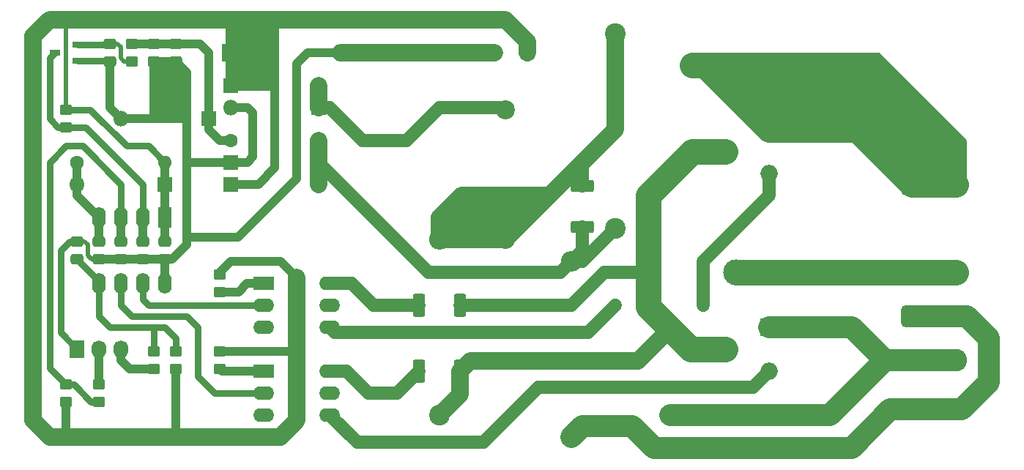
<source format=gbr>
%TF.GenerationSoftware,KiCad,Pcbnew,(6.0.6)*%
%TF.CreationDate,2022-08-31T19:42:32-05:00*%
%TF.ProjectId,Lavadora,4c617661-646f-4726-912e-6b696361645f,rev?*%
%TF.SameCoordinates,Original*%
%TF.FileFunction,Copper,L2,Bot*%
%TF.FilePolarity,Positive*%
%FSLAX46Y46*%
G04 Gerber Fmt 4.6, Leading zero omitted, Abs format (unit mm)*
G04 Created by KiCad (PCBNEW (6.0.6)) date 2022-08-31 19:42:32*
%MOMM*%
%LPD*%
G01*
G04 APERTURE LIST*
G04 Aperture macros list*
%AMRoundRect*
0 Rectangle with rounded corners*
0 $1 Rounding radius*
0 $2 $3 $4 $5 $6 $7 $8 $9 X,Y pos of 4 corners*
0 Add a 4 corners polygon primitive as box body*
4,1,4,$2,$3,$4,$5,$6,$7,$8,$9,$2,$3,0*
0 Add four circle primitives for the rounded corners*
1,1,$1+$1,$2,$3*
1,1,$1+$1,$4,$5*
1,1,$1+$1,$6,$7*
1,1,$1+$1,$8,$9*
0 Add four rect primitives between the rounded corners*
20,1,$1+$1,$2,$3,$4,$5,0*
20,1,$1+$1,$4,$5,$6,$7,0*
20,1,$1+$1,$6,$7,$8,$9,0*
20,1,$1+$1,$8,$9,$2,$3,0*%
G04 Aperture macros list end*
%TA.AperFunction,SMDPad,CuDef*%
%ADD10RoundRect,0.249999X-1.075001X0.450001X-1.075001X-0.450001X1.075001X-0.450001X1.075001X0.450001X0*%
%TD*%
%TA.AperFunction,SMDPad,CuDef*%
%ADD11RoundRect,0.249999X0.450001X1.075001X-0.450001X1.075001X-0.450001X-1.075001X0.450001X-1.075001X0*%
%TD*%
%TA.AperFunction,ComponentPad*%
%ADD12C,2.600000*%
%TD*%
%TA.AperFunction,ComponentPad*%
%ADD13RoundRect,0.650000X-0.650000X-0.650000X0.650000X-0.650000X0.650000X0.650000X-0.650000X0.650000X0*%
%TD*%
%TA.AperFunction,ComponentPad*%
%ADD14C,2.000000*%
%TD*%
%TA.AperFunction,ComponentPad*%
%ADD15R,2.000000X2.000000*%
%TD*%
%TA.AperFunction,ComponentPad*%
%ADD16O,2.000000X2.000000*%
%TD*%
%TA.AperFunction,ComponentPad*%
%ADD17C,3.000000*%
%TD*%
%TA.AperFunction,ComponentPad*%
%ADD18C,1.500000*%
%TD*%
%TA.AperFunction,ComponentPad*%
%ADD19O,1.600000X1.600000*%
%TD*%
%TA.AperFunction,ComponentPad*%
%ADD20C,1.600000*%
%TD*%
%TA.AperFunction,ComponentPad*%
%ADD21O,2.400000X2.400000*%
%TD*%
%TA.AperFunction,ComponentPad*%
%ADD22C,2.400000*%
%TD*%
%TA.AperFunction,ComponentPad*%
%ADD23R,1.800000X1.800000*%
%TD*%
%TA.AperFunction,ComponentPad*%
%ADD24O,1.800000X1.800000*%
%TD*%
%TA.AperFunction,ComponentPad*%
%ADD25R,1.730000X2.030000*%
%TD*%
%TA.AperFunction,ComponentPad*%
%ADD26O,1.730000X2.030000*%
%TD*%
%TA.AperFunction,ComponentPad*%
%ADD27R,1.600000X1.600000*%
%TD*%
%TA.AperFunction,ComponentPad*%
%ADD28R,2.400000X1.600000*%
%TD*%
%TA.AperFunction,ComponentPad*%
%ADD29O,2.400000X1.600000*%
%TD*%
%TA.AperFunction,ComponentPad*%
%ADD30C,2.200000*%
%TD*%
%TA.AperFunction,ComponentPad*%
%ADD31R,1.600000X2.400000*%
%TD*%
%TA.AperFunction,ComponentPad*%
%ADD32O,1.600000X2.400000*%
%TD*%
%TA.AperFunction,SMDPad,CuDef*%
%ADD33RoundRect,0.250000X0.475000X-0.337500X0.475000X0.337500X-0.475000X0.337500X-0.475000X-0.337500X0*%
%TD*%
%TA.AperFunction,SMDPad,CuDef*%
%ADD34R,1.220000X0.650000*%
%TD*%
%TA.AperFunction,SMDPad,CuDef*%
%ADD35RoundRect,0.250000X0.450000X-0.350000X0.450000X0.350000X-0.450000X0.350000X-0.450000X-0.350000X0*%
%TD*%
%TA.AperFunction,Conductor*%
%ADD36C,2.500000*%
%TD*%
%TA.AperFunction,Conductor*%
%ADD37C,1.500000*%
%TD*%
%TA.AperFunction,Conductor*%
%ADD38C,3.000000*%
%TD*%
%TA.AperFunction,Conductor*%
%ADD39C,2.000000*%
%TD*%
%TA.AperFunction,Conductor*%
%ADD40C,0.800000*%
%TD*%
%TA.AperFunction,Conductor*%
%ADD41C,0.500000*%
%TD*%
%TA.AperFunction,Conductor*%
%ADD42C,1.000000*%
%TD*%
G04 APERTURE END LIST*
D10*
%TO.P,R04,2*%
%TO.N,N/C*%
X64770000Y-25260000D03*
%TO.P,R04,1*%
%TO.N,ISLA2*%
X64770000Y-20460000D03*
%TD*%
D11*
%TO.P,R13,1*%
%TO.N,N/C*%
X50660000Y-41910000D03*
%TO.P,R13,2*%
X45860000Y-41910000D03*
%TD*%
%TO.P,R08,2*%
%TO.N,N/C*%
X45860000Y-34290000D03*
%TO.P,R08,1*%
X50660000Y-34290000D03*
%TD*%
D12*
%TO.P,P4,2*%
%TO.N,N/C*%
X107950000Y-40640000D03*
D13*
%TO.P,P4,1*%
X102870000Y-40640000D03*
%TD*%
%TO.P,P3,1*%
%TO.N,N/C*%
X102870000Y-35560000D03*
D12*
%TO.P,P3,2*%
X107950000Y-35560000D03*
%TD*%
%TO.P,P2,2*%
%TO.N,N/C*%
X107950000Y-30480000D03*
D13*
%TO.P,P2,1*%
X102870000Y-30480000D03*
%TD*%
D12*
%TO.P,P1,2*%
%TO.N,ISLA3*%
X107950000Y-20320000D03*
D13*
%TO.P,P1,1*%
X102870000Y-20320000D03*
%TD*%
D14*
%TO.P,PADSW2,1*%
%TO.N,N/C*%
X81280000Y-16510000D03*
%TD*%
D15*
%TO.P,SW1,1*%
%TO.N,ISLA3*%
X86360000Y-13970000D03*
D16*
%TO.P,SW1,2*%
%TO.N,N/C*%
X86360000Y-19050000D03*
%TD*%
D17*
%TO.P,E,1*%
%TO.N,N/C*%
X72390000Y-30480000D03*
%TD*%
%TO.P,D,1*%
%TO.N,N/C*%
X82550000Y-30480000D03*
%TD*%
D18*
%TO.P,PAD2J1,1*%
%TO.N,N/C*%
X68580000Y-34290000D03*
%TD*%
%TO.P,PAD1J1,1*%
%TO.N,N/C*%
X78740000Y-34290000D03*
%TD*%
D14*
%TO.P,PADSW2,1*%
%TO.N,N/C*%
X81280000Y-39370000D03*
%TD*%
D15*
%TO.P,SW2,1*%
%TO.N,N/C*%
X86360000Y-36830000D03*
D16*
%TO.P,SW2,2*%
X86360000Y-41910000D03*
%TD*%
D14*
%TO.P,CRF2,1*%
%TO.N,N/C*%
X77470000Y-16510000D03*
%TO.P,CRF2,2*%
%TO.N,ISLA3*%
X77470000Y-6510000D03*
%TD*%
%TO.P,VAR1,2*%
%TO.N,N/C*%
X68580000Y-40760000D03*
%TO.P,VAR1,1*%
X68580000Y-48260000D03*
%TD*%
%TO.P,CRF3,2*%
%TO.N,N/C*%
X74930000Y-36990000D03*
%TO.P,CRF3,1*%
X74930000Y-46990000D03*
%TD*%
D19*
%TO.P,R11,2*%
%TO.N,ISLA4*%
X16510000Y-17780000D03*
D20*
%TO.P,R11,1*%
%TO.N,N/C*%
X6350000Y-17780000D03*
%TD*%
D21*
%TO.P,R01,2*%
%TO.N,ISLA2*%
X48260000Y-26670000D03*
D22*
%TO.P,R01,1*%
%TO.N,N/C*%
X48260000Y-46990000D03*
%TD*%
D20*
%TO.P,R02,1*%
%TO.N,ISLA2*%
X50800000Y-21590000D03*
D19*
%TO.P,R02,2*%
%TO.N,N/C*%
X50800000Y-11430000D03*
%TD*%
D23*
%TO.P,D02,1*%
%TO.N,ISLA4*%
X24130000Y-20320000D03*
D24*
%TO.P,D02,2*%
%TO.N,N/C*%
X34290000Y-20320000D03*
%TD*%
D25*
%TO.P,CN1,1*%
%TO.N,ISLA1*%
X6350000Y-39370000D03*
D26*
%TO.P,CN1,2*%
%TO.N,N/C*%
X8890000Y-39370000D03*
%TO.P,CN1,3*%
X11430000Y-39370000D03*
%TD*%
D27*
%TO.P,CE1,1*%
%TO.N,ISLA4*%
X58420000Y-5080000D03*
D20*
%TO.P,CE1,2*%
%TO.N,ISLA1*%
X54620000Y-5080000D03*
%TD*%
D28*
%TO.P,MOC2,1*%
%TO.N,N/C*%
X27940000Y-41910000D03*
D29*
%TO.P,MOC2,2*%
X27940000Y-44450000D03*
%TO.P,MOC2,3*%
X27940000Y-46990000D03*
%TO.P,MOC2,4*%
X35560000Y-46990000D03*
%TO.P,MOC2,5*%
X35560000Y-44450000D03*
%TO.P,MOC2,6*%
X35560000Y-41910000D03*
%TD*%
D23*
%TO.P,D01,1*%
%TO.N,ISLA4*%
X24130000Y-8890000D03*
D24*
%TO.P,D01,2*%
%TO.N,N/C*%
X34290000Y-8890000D03*
%TD*%
D28*
%TO.P,MOC1,1*%
%TO.N,N/C*%
X27924989Y-31765011D03*
D29*
%TO.P,MOC1,2*%
X27924989Y-34305011D03*
%TO.P,MOC1,3*%
X27924989Y-36845011D03*
%TO.P,MOC1,4*%
X35544989Y-36845011D03*
%TO.P,MOC1,5*%
X35544989Y-34305011D03*
%TO.P,MOC1,6*%
X35544989Y-31765011D03*
%TD*%
D23*
%TO.P,D06,1*%
%TO.N,ISLA4*%
X16510000Y-20320000D03*
D24*
%TO.P,D06,2*%
%TO.N,N/C*%
X6350000Y-20320000D03*
%TD*%
D20*
%TO.P,R06,1*%
%TO.N,N/C*%
X24130000Y-15240000D03*
D19*
%TO.P,R06,2*%
X34290000Y-15240000D03*
%TD*%
D23*
%TO.P,D03,1*%
%TO.N,N/C*%
X34290000Y-11430000D03*
D24*
%TO.P,D03,2*%
%TO.N,ISLA1*%
X24130000Y-11430000D03*
%TD*%
D23*
%TO.P,D04,1*%
%TO.N,ISLA1*%
X24130000Y-17780000D03*
D24*
%TO.P,D04,2*%
%TO.N,N/C*%
X34290000Y-17780000D03*
%TD*%
D22*
%TO.P,CRF1,2*%
%TO.N,ISLA2*%
X68580000Y-2900000D03*
%TO.P,CRF1,1*%
%TO.N,N/C*%
X68580000Y-25400000D03*
%TD*%
D23*
%TO.P,D05,1*%
%TO.N,N/C*%
X21590000Y-12700000D03*
D24*
%TO.P,D05,2*%
%TO.N,ISLA1*%
X11430000Y-12700000D03*
%TD*%
D22*
%TO.P,R03,1*%
%TO.N,N/C*%
X63500000Y-49530000D03*
D21*
%TO.P,R03,2*%
X63500000Y-29210000D03*
%TD*%
D16*
%TO.P,DZ1,2*%
%TO.N,ISLA1*%
X36830000Y-5080000D03*
D15*
%TO.P,DZ1,1*%
%TO.N,ISLA4*%
X24130000Y-5080000D03*
%TD*%
D30*
%TO.P,CP1,1*%
%TO.N,ISLA2*%
X55880000Y-26670000D03*
%TO.P,CP1,2*%
%TO.N,N/C*%
X55880000Y-11670000D03*
%TD*%
D31*
%TO.P,U01,1*%
%TO.N,ISLA4*%
X16510000Y-24130000D03*
D32*
%TO.P,U01,2*%
%TO.N,N/C*%
X13970000Y-24130000D03*
%TO.P,U01,3*%
X11430000Y-24130000D03*
%TO.P,U01,4*%
X8890000Y-24130000D03*
%TO.P,U01,5*%
X8890000Y-31750000D03*
%TO.P,U01,6*%
X11430000Y-31750000D03*
%TO.P,U01,7*%
X13970000Y-31750000D03*
%TO.P,U01,8*%
%TO.N,ISLA1*%
X16510000Y-31750000D03*
%TD*%
D33*
%TO.P,C02,1*%
%TO.N,ISLA1*%
X10160000Y-6117500D03*
%TO.P,C02,2*%
%TO.N,N/C*%
X10160000Y-4042500D03*
%TD*%
%TO.P,C03,1*%
%TO.N,ISLA1*%
X17780000Y-6117500D03*
%TO.P,C03,2*%
%TO.N,N/C*%
X17780000Y-4042500D03*
%TD*%
%TO.P,C07,1*%
%TO.N,ISLA1*%
X13970000Y-28977500D03*
%TO.P,C07,2*%
%TO.N,N/C*%
X13970000Y-26902500D03*
%TD*%
D34*
%TO.P,Q01,1*%
%TO.N,N/C*%
X6390000Y-4130000D03*
%TO.P,Q01,2*%
%TO.N,ISLA1*%
X6390000Y-6030000D03*
%TO.P,Q01,3*%
%TO.N,N/C*%
X3770000Y-5080000D03*
%TD*%
D35*
%TO.P,R16,1*%
%TO.N,N/C*%
X15240000Y-41640000D03*
%TO.P,R16,2*%
X15240000Y-39640000D03*
%TD*%
D33*
%TO.P,C01,1*%
%TO.N,ISLA1*%
X16510000Y-28977500D03*
%TO.P,C01,2*%
%TO.N,ISLA4*%
X16510000Y-26902500D03*
%TD*%
%TO.P,C04,1*%
%TO.N,N/C*%
X6350000Y-28977500D03*
%TO.P,C04,2*%
%TO.N,ISLA1*%
X6350000Y-26902500D03*
%TD*%
D35*
%TO.P,R14,1*%
%TO.N,ISLA4*%
X17780000Y-41640000D03*
%TO.P,R14,2*%
%TO.N,N/C*%
X17780000Y-39640000D03*
%TD*%
%TO.P,R12,1*%
%TO.N,N/C*%
X22860000Y-41640000D03*
%TO.P,R12,2*%
%TO.N,ISLA4*%
X22860000Y-39640000D03*
%TD*%
%TO.P,R07,2*%
%TO.N,ISLA4*%
X5080000Y-11700000D03*
%TO.P,R07,1*%
%TO.N,N/C*%
X5080000Y-13700000D03*
%TD*%
D33*
%TO.P,C05,1*%
%TO.N,ISLA1*%
X11430000Y-28977500D03*
%TO.P,C05,2*%
%TO.N,N/C*%
X11430000Y-26902500D03*
%TD*%
D35*
%TO.P,R09,1*%
%TO.N,N/C*%
X12700000Y-6080000D03*
%TO.P,R09,2*%
X12700000Y-4080000D03*
%TD*%
%TO.P,R15,1*%
%TO.N,ISLA4*%
X5080000Y-45450000D03*
%TO.P,R15,2*%
%TO.N,N/C*%
X5080000Y-43450000D03*
%TD*%
%TO.P,R10,1*%
%TO.N,ISLA1*%
X15240000Y-6080000D03*
%TO.P,R10,2*%
%TO.N,N/C*%
X15240000Y-4080000D03*
%TD*%
%TO.P,R17,1*%
%TO.N,N/C*%
X8890000Y-45450000D03*
%TO.P,R17,2*%
X8890000Y-43450000D03*
%TD*%
D33*
%TO.P,C06,1*%
%TO.N,ISLA1*%
X8890000Y-28977500D03*
%TO.P,C06,2*%
%TO.N,N/C*%
X8890000Y-26902500D03*
%TD*%
D35*
%TO.P,R05,1*%
%TO.N,N/C*%
X22860000Y-32750000D03*
%TO.P,R05,2*%
%TO.N,ISLA4*%
X22860000Y-30750000D03*
%TD*%
D36*
%TO.N,*%
X109220000Y-35560000D02*
X107950000Y-35560000D01*
X108585000Y-46355000D02*
X111760000Y-43180000D01*
X100330000Y-46355000D02*
X108585000Y-46355000D01*
X111760000Y-43180000D02*
X111760000Y-38100000D01*
X95885000Y-50800000D02*
X100330000Y-46355000D01*
X73025000Y-50800000D02*
X95885000Y-50800000D01*
X70485000Y-48260000D02*
X73025000Y-50800000D01*
X68580000Y-48260000D02*
X70485000Y-48260000D01*
X111760000Y-38100000D02*
X109220000Y-35560000D01*
X74930000Y-46990000D02*
X93345000Y-46990000D01*
X93345000Y-46990000D02*
X99695000Y-40640000D01*
D37*
X59690000Y-43815000D02*
X84455000Y-43815000D01*
X53340000Y-50165000D02*
X59690000Y-43815000D01*
X38735000Y-50165000D02*
X53340000Y-50165000D01*
X35560000Y-46990000D02*
X38735000Y-50165000D01*
X84455000Y-43815000D02*
X86360000Y-41910000D01*
X40005000Y-44450000D02*
X43320000Y-44450000D01*
X43320000Y-44450000D02*
X45860000Y-41910000D01*
X37465000Y-41910000D02*
X40005000Y-44450000D01*
X35560000Y-41910000D02*
X37465000Y-41910000D01*
D38*
X72390000Y-30480000D02*
X72390000Y-34450000D01*
X72390000Y-34450000D02*
X74930000Y-36990000D01*
X81280000Y-39370000D02*
X77310000Y-39370000D01*
X77310000Y-39370000D02*
X74930000Y-36990000D01*
D39*
X71160000Y-40760000D02*
X74930000Y-36990000D01*
X68580000Y-40760000D02*
X71160000Y-40760000D01*
D40*
X27924989Y-34305011D02*
X14620011Y-34305011D01*
X13970000Y-33655000D02*
X13970000Y-31750000D01*
X14620011Y-34305011D02*
X13970000Y-33655000D01*
%TO.N,ISLA4*%
X12065000Y-15875000D02*
X7890000Y-11700000D01*
X7890000Y-11700000D02*
X5080000Y-11700000D01*
X14605000Y-15875000D02*
X12065000Y-15875000D01*
X16510000Y-17780000D02*
X14605000Y-15875000D01*
D41*
X5080000Y-11700000D02*
X5080000Y-1270000D01*
D39*
X5080000Y-1270000D02*
X3175000Y-1270000D01*
X24130000Y-1270000D02*
X5080000Y-1270000D01*
D38*
%TO.N,ISLA3*%
X102870000Y-20320000D02*
X107950000Y-20320000D01*
X96520000Y-13970000D02*
X102870000Y-20320000D01*
X86360000Y-13970000D02*
X96520000Y-13970000D01*
X77470000Y-6510000D02*
X78900000Y-6510000D01*
X78900000Y-6510000D02*
X86360000Y-13970000D01*
D37*
%TO.N,*%
X65405000Y-37465000D02*
X68580000Y-34290000D01*
X36164978Y-37465000D02*
X65405000Y-37465000D01*
X35544989Y-36845011D02*
X36164978Y-37465000D01*
X78740000Y-29210000D02*
X78740000Y-34290000D01*
X86360000Y-21590000D02*
X78740000Y-29210000D01*
X86360000Y-19050000D02*
X86360000Y-21590000D01*
D38*
X102870000Y-30480000D02*
X82550000Y-30480000D01*
X72390000Y-30480000D02*
X72390000Y-21590000D01*
X72390000Y-21590000D02*
X77470000Y-16510000D01*
D37*
X63500000Y-34290000D02*
X67310000Y-30480000D01*
X50660000Y-34290000D02*
X63500000Y-34290000D01*
X67310000Y-30480000D02*
X72390000Y-30480000D01*
%TO.N,ISLA2*%
X64770000Y-20460000D02*
X64770000Y-17780000D01*
D39*
X64770000Y-17780000D02*
X60960000Y-21590000D01*
X68580000Y-13970000D02*
X64770000Y-17780000D01*
X60960000Y-21590000D02*
X55880000Y-26670000D01*
X50800000Y-21590000D02*
X60960000Y-21590000D01*
X48260000Y-24130000D02*
X50800000Y-21590000D01*
X48260000Y-26670000D02*
X48260000Y-24130000D01*
X55880000Y-26670000D02*
X48260000Y-26670000D01*
X68580000Y-2900000D02*
X68580000Y-13970000D01*
D37*
%TO.N,*%
X46990000Y-30480000D02*
X62230000Y-30480000D01*
X34290000Y-17780000D02*
X46990000Y-30480000D01*
X62230000Y-30480000D02*
X63500000Y-29210000D01*
X64770000Y-27940000D02*
X63500000Y-29210000D01*
X64770000Y-25260000D02*
X64770000Y-27940000D01*
X64770000Y-29210000D02*
X68580000Y-25400000D01*
X63500000Y-29210000D02*
X64770000Y-29210000D01*
D39*
X34290000Y-17780000D02*
X34290000Y-20320000D01*
X34290000Y-15240000D02*
X34290000Y-17780000D01*
D37*
X44450000Y-15240000D02*
X48260000Y-11430000D01*
X48260000Y-11430000D02*
X50800000Y-11430000D01*
X35560000Y-11430000D02*
X39370000Y-15240000D01*
X34290000Y-11430000D02*
X35560000Y-11430000D01*
X39370000Y-15240000D02*
X44450000Y-15240000D01*
X55640000Y-11430000D02*
X55880000Y-11670000D01*
X50800000Y-11430000D02*
X55640000Y-11430000D01*
D39*
X34290000Y-8890000D02*
X34290000Y-11430000D01*
D42*
%TO.N,ISLA4*%
X24130000Y-8890000D02*
X29210000Y-8890000D01*
X24130000Y-5080000D02*
X24130000Y-1270000D01*
X24130000Y-8890000D02*
X24130000Y-5080000D01*
D39*
%TO.N,ISLA1*%
X54620000Y-5080000D02*
X36830000Y-5080000D01*
D42*
X31750000Y-19685000D02*
X24997500Y-26437500D01*
X33020000Y-5080000D02*
X31750000Y-6350000D01*
X36830000Y-5080000D02*
X33020000Y-5080000D01*
X31750000Y-6350000D02*
X31750000Y-19685000D01*
X24997500Y-26437500D02*
X19050000Y-26437500D01*
%TO.N,ISLA4*%
X27305000Y-20320000D02*
X29210000Y-18415000D01*
X24130000Y-20320000D02*
X27305000Y-20320000D01*
X29210000Y-18415000D02*
X29210000Y-7620000D01*
X29210000Y-7620000D02*
X29210000Y-1270000D01*
%TO.N,ISLA1*%
X17377500Y-28977500D02*
X16510000Y-28977500D01*
X19050000Y-27305000D02*
X17377500Y-28977500D01*
X19050000Y-26437500D02*
X19050000Y-27305000D01*
X24130000Y-17780000D02*
X19050000Y-17780000D01*
X19050000Y-17780000D02*
X19050000Y-26437500D01*
X19050000Y-12700000D02*
X19050000Y-17780000D01*
X26670000Y-17145000D02*
X26035000Y-17780000D01*
X26670000Y-12065000D02*
X26670000Y-17145000D01*
X26035000Y-11430000D02*
X26670000Y-12065000D01*
X26035000Y-17780000D02*
X24130000Y-17780000D01*
X24130000Y-11430000D02*
X26035000Y-11430000D01*
D39*
%TO.N,ISLA4*%
X28575000Y-1270000D02*
X24130000Y-1270000D01*
X55880000Y-1270000D02*
X28575000Y-1270000D01*
D38*
%TO.N,*%
X81280000Y-16510000D02*
X77470000Y-16510000D01*
D39*
X51810000Y-40760000D02*
X50660000Y-41910000D01*
X68580000Y-40760000D02*
X51810000Y-40760000D01*
X48260000Y-46990000D02*
X50660000Y-44590000D01*
X50660000Y-44590000D02*
X50660000Y-41910000D01*
D38*
X107950000Y-30480000D02*
X102870000Y-30480000D01*
D36*
X95885000Y-36830000D02*
X99695000Y-40640000D01*
X86360000Y-36830000D02*
X95885000Y-36830000D01*
X107950000Y-40640000D02*
X102870000Y-40640000D01*
X99695000Y-40640000D02*
X102870000Y-40640000D01*
X102870000Y-35560000D02*
X107950000Y-35560000D01*
X64770000Y-48260000D02*
X68580000Y-48260000D01*
X63500000Y-49530000D02*
X64770000Y-48260000D01*
D37*
X40640000Y-34290000D02*
X45860000Y-34290000D01*
X38115011Y-31765011D02*
X40640000Y-34290000D01*
X35544989Y-31765011D02*
X38115011Y-31765011D01*
D42*
X23130000Y-41910000D02*
X22860000Y-41640000D01*
X27940000Y-41910000D02*
X23130000Y-41910000D01*
%TO.N,ISLA4*%
X22860000Y-39640000D02*
X31480000Y-39640000D01*
D39*
X31750000Y-39370000D02*
X31750000Y-47625000D01*
D42*
X31480000Y-39640000D02*
X31750000Y-39370000D01*
D39*
X31750000Y-31115000D02*
X31750000Y-39370000D01*
D42*
%TO.N,*%
X26019989Y-31765011D02*
X27924989Y-31765011D01*
X25035000Y-32750000D02*
X26019989Y-31765011D01*
X22860000Y-32750000D02*
X25035000Y-32750000D01*
%TO.N,ISLA1*%
X16510000Y-31750000D02*
X16510000Y-28977500D01*
D39*
%TO.N,ISLA4*%
X29845000Y-49530000D02*
X18415000Y-49530000D01*
D42*
X29845000Y-29210000D02*
X24130000Y-29210000D01*
X24130000Y-29210000D02*
X22860000Y-30480000D01*
X22860000Y-30480000D02*
X22860000Y-30750000D01*
X31750000Y-31115000D02*
X29845000Y-29210000D01*
D39*
X31750000Y-47625000D02*
X29845000Y-49530000D01*
D42*
X5080000Y-45450000D02*
X5080000Y-49530000D01*
D39*
X5080000Y-49530000D02*
X18415000Y-49530000D01*
X3175000Y-49530000D02*
X5080000Y-49530000D01*
X1270000Y-3175000D02*
X1270000Y-47625000D01*
X3175000Y-1270000D02*
X1270000Y-3175000D01*
X1270000Y-47625000D02*
X3175000Y-49530000D01*
X58420000Y-5080000D02*
X58420000Y-3810000D01*
X58420000Y-3810000D02*
X55880000Y-1270000D01*
D42*
X17780000Y-48895000D02*
X18415000Y-49530000D01*
X17780000Y-41640000D02*
X17780000Y-48895000D01*
D40*
%TO.N,*%
X19050000Y-35560000D02*
X20320000Y-36830000D01*
X12700000Y-35560000D02*
X19050000Y-35560000D01*
X20320000Y-42545000D02*
X22225000Y-44450000D01*
X22225000Y-44450000D02*
X27940000Y-44450000D01*
X11430000Y-34290000D02*
X12700000Y-35560000D01*
X20320000Y-36830000D02*
X20320000Y-42545000D01*
X11430000Y-31750000D02*
X11430000Y-34290000D01*
X15240000Y-39640000D02*
X15240000Y-36830000D01*
X15240000Y-36830000D02*
X16510000Y-36830000D01*
X10160000Y-36830000D02*
X15240000Y-36830000D01*
X16510000Y-36830000D02*
X17780000Y-38100000D01*
X8890000Y-35560000D02*
X10160000Y-36830000D01*
X8890000Y-31750000D02*
X8890000Y-35560000D01*
X17780000Y-38100000D02*
X17780000Y-39640000D01*
X8890000Y-31517500D02*
X6350000Y-28977500D01*
X8890000Y-31750000D02*
X8890000Y-31517500D01*
D42*
X12430000Y-41640000D02*
X15240000Y-41640000D01*
X11430000Y-40640000D02*
X12430000Y-41640000D01*
X11430000Y-39370000D02*
X11430000Y-40640000D01*
X8890000Y-39370000D02*
X8890000Y-43450000D01*
D40*
X5985000Y-43450000D02*
X7985000Y-45450000D01*
X5080000Y-43450000D02*
X5985000Y-43450000D01*
X7985000Y-45450000D02*
X8890000Y-45450000D01*
%TO.N,ISLA1*%
X4445000Y-37465000D02*
X6350000Y-39370000D01*
X4445000Y-27940000D02*
X4445000Y-37465000D01*
X5482500Y-26902500D02*
X4445000Y-27940000D01*
X6350000Y-26902500D02*
X5482500Y-26902500D01*
%TO.N,*%
X7350000Y-13700000D02*
X5080000Y-13700000D01*
X13970000Y-20320000D02*
X7350000Y-13700000D01*
X13970000Y-24130000D02*
X13970000Y-20320000D01*
X3175000Y-41545000D02*
X5080000Y-43450000D01*
X3175000Y-17780000D02*
X3175000Y-41545000D01*
X5080000Y-15875000D02*
X3175000Y-17780000D01*
X6985000Y-15875000D02*
X5080000Y-15875000D01*
X11430000Y-20320000D02*
X6985000Y-15875000D01*
X11430000Y-24130000D02*
X11430000Y-20320000D01*
X4175000Y-13700000D02*
X5080000Y-13700000D01*
X3175000Y-12700000D02*
X4175000Y-13700000D01*
X3175000Y-5675000D02*
X3175000Y-12700000D01*
X3770000Y-5080000D02*
X3175000Y-5675000D01*
D42*
X6350000Y-21590000D02*
X8890000Y-24130000D01*
X6350000Y-20320000D02*
X6350000Y-21590000D01*
X6350000Y-17780000D02*
X6350000Y-20320000D01*
%TO.N,ISLA4*%
X16510000Y-20320000D02*
X16510000Y-17780000D01*
X16510000Y-24130000D02*
X16510000Y-20320000D01*
X16510000Y-26902500D02*
X16510000Y-24130000D01*
%TO.N,*%
X13970000Y-26902500D02*
X13970000Y-24130000D01*
X11430000Y-26902500D02*
X11430000Y-24130000D01*
X8890000Y-26902500D02*
X8890000Y-24130000D01*
D41*
%TO.N,ISLA1*%
X7620000Y-27305000D02*
X7217500Y-26902500D01*
X7620000Y-28575000D02*
X7620000Y-27305000D01*
X8022500Y-28977500D02*
X7620000Y-28575000D01*
X7217500Y-26902500D02*
X6350000Y-26902500D01*
X8890000Y-28977500D02*
X8022500Y-28977500D01*
D42*
X11430000Y-28977500D02*
X8890000Y-28977500D01*
X13970000Y-28977500D02*
X11430000Y-28977500D01*
X16510000Y-28977500D02*
X13970000Y-28977500D01*
X17742500Y-6080000D02*
X17780000Y-6117500D01*
X15240000Y-6080000D02*
X17742500Y-6080000D01*
X15240000Y-12700000D02*
X19050000Y-12700000D01*
X15240000Y-12700000D02*
X15240000Y-6080000D01*
X11430000Y-12700000D02*
X15240000Y-12700000D01*
X19050000Y-7387500D02*
X19050000Y-12700000D01*
X17780000Y-6117500D02*
X19050000Y-7387500D01*
D41*
X10072500Y-6030000D02*
X10160000Y-6117500D01*
D40*
X6390000Y-6030000D02*
X10072500Y-6030000D01*
D42*
X11430000Y-12700000D02*
X10160000Y-11430000D01*
X10160000Y-11430000D02*
X10160000Y-6117500D01*
D41*
%TO.N,*%
X11430000Y-4445000D02*
X11430000Y-5715000D01*
X11027500Y-4042500D02*
X11430000Y-4445000D01*
X10160000Y-4042500D02*
X11027500Y-4042500D01*
X11430000Y-5715000D02*
X11795000Y-6080000D01*
X11795000Y-6080000D02*
X12700000Y-6080000D01*
X10072500Y-4130000D02*
X10160000Y-4042500D01*
D40*
X6390000Y-4130000D02*
X10072500Y-4130000D01*
D42*
X22860000Y-15240000D02*
X24130000Y-15240000D01*
X21590000Y-13970000D02*
X22860000Y-15240000D01*
X21590000Y-12700000D02*
X21590000Y-13970000D01*
X21590000Y-5080000D02*
X21590000Y-12700000D01*
X20552500Y-4042500D02*
X21590000Y-5080000D01*
X17780000Y-4042500D02*
X20552500Y-4042500D01*
X17742500Y-4080000D02*
X17780000Y-4042500D01*
X15240000Y-4080000D02*
X17742500Y-4080000D01*
X12700000Y-4080000D02*
X15240000Y-4080000D01*
%TD*%
%TA.AperFunction,Conductor*%
%TO.N,ISLA3*%
G36*
X99075931Y-5100002D02*
G01*
X99096905Y-5116905D01*
X109183095Y-15203095D01*
X109217121Y-15265407D01*
X109220000Y-15292190D01*
X109220000Y-20194000D01*
X109199998Y-20262121D01*
X109146342Y-20308614D01*
X109094000Y-20320000D01*
X102922190Y-20320000D01*
X102854069Y-20299998D01*
X102833095Y-20283095D01*
X96520000Y-13970000D01*
X86406610Y-13970000D01*
X86338489Y-13949998D01*
X86324610Y-13939666D01*
X77514000Y-6387714D01*
X77475296Y-6328195D01*
X77470000Y-6292048D01*
X77470000Y-5206000D01*
X77490002Y-5137879D01*
X77543658Y-5091386D01*
X77596000Y-5080000D01*
X99007810Y-5080000D01*
X99075931Y-5100002D01*
G37*
%TD.AperFunction*%
%TD*%
%TA.AperFunction,Conductor*%
%TO.N,ISLA2*%
G36*
X60723931Y-21610002D02*
G01*
X60770424Y-21663658D01*
X60780528Y-21733932D01*
X60751034Y-21798512D01*
X60744905Y-21805095D01*
X55916905Y-26633095D01*
X55854593Y-26667121D01*
X55827810Y-26670000D01*
X48386000Y-26670000D01*
X48317879Y-26649998D01*
X48271386Y-26596342D01*
X48260000Y-26544000D01*
X48260000Y-24182190D01*
X48280002Y-24114069D01*
X48296905Y-24093095D01*
X50763095Y-21626905D01*
X50825407Y-21592879D01*
X50852190Y-21590000D01*
X60655810Y-21590000D01*
X60723931Y-21610002D01*
G37*
%TD.AperFunction*%
%TD*%
%TA.AperFunction,Conductor*%
%TO.N,ISLA1*%
G36*
X17795931Y-6370002D02*
G01*
X17816905Y-6386905D01*
X19013095Y-7583095D01*
X19047121Y-7645407D01*
X19050000Y-7672190D01*
X19050000Y-12574000D01*
X19029998Y-12642121D01*
X18976342Y-12688614D01*
X18924000Y-12700000D01*
X15366000Y-12700000D01*
X15297879Y-12679998D01*
X15251386Y-12626342D01*
X15240000Y-12574000D01*
X15240000Y-6476000D01*
X15260002Y-6407879D01*
X15313658Y-6361386D01*
X15366000Y-6350000D01*
X17727810Y-6350000D01*
X17795931Y-6370002D01*
G37*
%TD.AperFunction*%
%TD*%
%TA.AperFunction,Conductor*%
%TO.N,ISLA4*%
G36*
X29152121Y-1925002D02*
G01*
X29198614Y-1978658D01*
X29210000Y-2031000D01*
X29210000Y-9399000D01*
X29189998Y-9467121D01*
X29136342Y-9513614D01*
X29084000Y-9525000D01*
X23621000Y-9525000D01*
X23552879Y-9504998D01*
X23506386Y-9451342D01*
X23495000Y-9399000D01*
X23495000Y-2031000D01*
X23515002Y-1962879D01*
X23568658Y-1916386D01*
X23621000Y-1905000D01*
X29084000Y-1905000D01*
X29152121Y-1925002D01*
G37*
%TD.AperFunction*%
%TD*%
M02*

</source>
